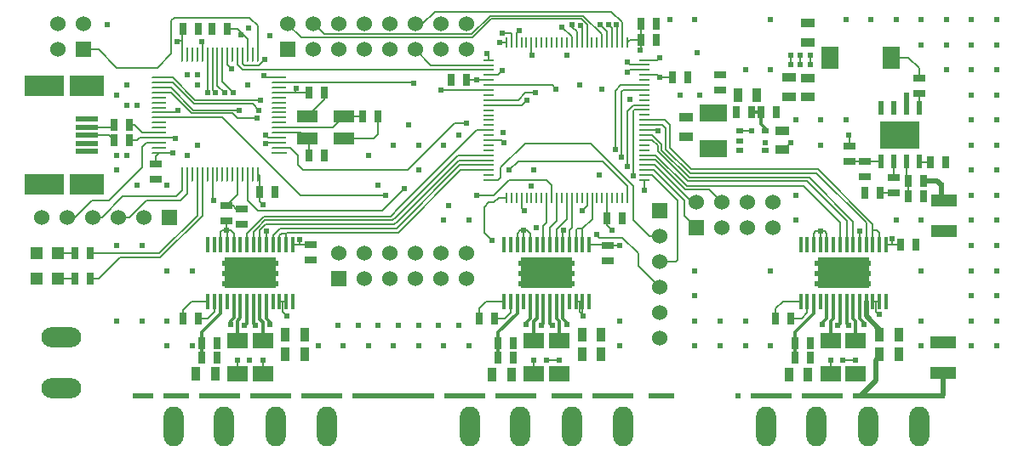
<source format=gtl>
G04 (created by PCBNEW (2013-07-07 BZR 4022)-stable) date 01/02/2015 03:27:20*
%MOIN*%
G04 Gerber Fmt 3.4, Leading zero omitted, Abs format*
%FSLAX34Y34*%
G01*
G70*
G90*
G04 APERTURE LIST*
%ADD10C,0.00590551*%
%ADD11R,0.01X0.04*%
%ADD12R,0.04X0.01*%
%ADD13R,0.06X0.0098*%
%ADD14O,0.06X0.0098*%
%ADD15O,0.0098X0.06*%
%ADD16R,0.0118X0.063*%
%ADD17R,0.2039X0.122*%
%ADD18R,0.035X0.055*%
%ADD19R,0.0886X0.0197*%
%ADD20R,0.1378X0.0807*%
%ADD21R,0.1575X0.0807*%
%ADD22O,0.156X0.078*%
%ADD23R,0.0472X0.0472*%
%ADD24R,0.025X0.045*%
%ADD25R,0.08X0.06*%
%ADD26R,0.0669291X0.0866142*%
%ADD27R,0.045X0.025*%
%ADD28R,0.11X0.07*%
%ADD29R,0.055X0.035*%
%ADD30R,0.03X0.02*%
%ADD31R,0.1X0.05*%
%ADD32R,0.0787402X0.0472441*%
%ADD33R,0.0236X0.0551*%
%ADD34R,0.1575X0.1102*%
%ADD35O,0.078X0.156*%
%ADD36R,0.06X0.06*%
%ADD37C,0.06*%
%ADD38C,0.024*%
%ADD39C,0.02*%
%ADD40C,0.00787402*%
%ADD41C,0.006*%
%ADD42C,0.011811*%
G04 APERTURE END LIST*
G54D10*
G54D11*
X65253Y-41435D03*
X60533Y-41435D03*
X60733Y-41435D03*
X60923Y-41435D03*
X61123Y-41435D03*
X61323Y-41435D03*
X61513Y-41435D03*
X61713Y-41435D03*
X61913Y-41435D03*
X62103Y-41435D03*
X62303Y-41435D03*
X62503Y-41435D03*
X62703Y-41435D03*
X62893Y-41435D03*
X63093Y-41435D03*
X63293Y-41435D03*
X63483Y-41435D03*
X63683Y-41435D03*
X63883Y-41435D03*
X64073Y-41435D03*
X64273Y-41435D03*
X64473Y-41435D03*
X64663Y-41435D03*
X64863Y-41435D03*
X65063Y-41435D03*
G54D12*
X59843Y-40745D03*
X59843Y-36025D03*
X59843Y-36225D03*
X59843Y-36415D03*
X59843Y-36615D03*
X59843Y-36815D03*
X59843Y-37005D03*
X59843Y-37205D03*
X59843Y-37405D03*
X59843Y-37595D03*
X59843Y-37795D03*
X59843Y-37995D03*
X59843Y-38195D03*
X59843Y-38385D03*
X59843Y-38585D03*
X59843Y-38785D03*
X59843Y-38975D03*
X59843Y-39175D03*
X59843Y-39375D03*
X59843Y-39565D03*
X59843Y-39765D03*
X59843Y-39965D03*
X59843Y-40155D03*
X59843Y-40355D03*
X59843Y-40555D03*
X65943Y-40745D03*
X65943Y-40545D03*
X65943Y-40355D03*
X65943Y-40155D03*
X65943Y-39955D03*
X65943Y-39765D03*
X65943Y-39565D03*
X65943Y-39365D03*
X65943Y-39175D03*
X65943Y-38975D03*
X65943Y-38775D03*
X65943Y-38575D03*
X65943Y-38385D03*
X65943Y-38185D03*
X65943Y-37985D03*
X65943Y-37795D03*
X65943Y-37595D03*
X65943Y-37395D03*
X65943Y-37205D03*
X65943Y-37005D03*
X65943Y-36805D03*
X65943Y-36615D03*
X65943Y-36415D03*
X65943Y-36215D03*
X65943Y-36025D03*
G54D11*
X65253Y-35335D03*
X65053Y-35335D03*
X64863Y-35335D03*
X64663Y-35335D03*
X64463Y-35335D03*
X64273Y-35335D03*
X64073Y-35335D03*
X63873Y-35335D03*
X63683Y-35335D03*
X63483Y-35335D03*
X63283Y-35335D03*
X63083Y-35335D03*
X62893Y-35335D03*
X62693Y-35335D03*
X62493Y-35335D03*
X62303Y-35335D03*
X62103Y-35335D03*
X61903Y-35335D03*
X61713Y-35335D03*
X61513Y-35335D03*
X61313Y-35335D03*
X61123Y-35335D03*
X60923Y-35335D03*
X60723Y-35335D03*
X60533Y-35335D03*
G54D13*
X51622Y-39664D03*
G54D14*
X51622Y-39467D03*
X51622Y-39270D03*
X51622Y-39073D03*
X51622Y-38876D03*
X51622Y-38680D03*
X51622Y-38483D03*
X51622Y-38286D03*
X51622Y-38089D03*
X51622Y-37892D03*
X51622Y-37695D03*
X51622Y-37499D03*
X51622Y-37302D03*
X51622Y-37105D03*
X51622Y-36908D03*
X51622Y-36711D03*
G54D15*
X50787Y-35813D03*
X50590Y-35813D03*
X50393Y-35813D03*
X50196Y-35813D03*
X49999Y-35813D03*
X49803Y-35813D03*
X49606Y-35813D03*
X49409Y-35813D03*
X49212Y-35813D03*
X49015Y-35813D03*
X48818Y-35813D03*
X48622Y-35813D03*
X48425Y-35813D03*
X48228Y-35813D03*
X48031Y-35813D03*
X47834Y-35813D03*
G54D14*
X46936Y-36711D03*
X46936Y-36908D03*
X46936Y-37105D03*
X46936Y-37302D03*
X46936Y-37499D03*
X46936Y-37695D03*
X46936Y-37892D03*
X46936Y-38089D03*
X46936Y-38286D03*
X46936Y-38483D03*
X46936Y-38680D03*
X46936Y-38876D03*
X46936Y-39073D03*
X46936Y-39270D03*
X46936Y-39467D03*
X46936Y-39664D03*
G54D15*
X47834Y-40499D03*
X48031Y-40499D03*
X48425Y-40499D03*
X48228Y-40506D03*
X48622Y-40499D03*
X48818Y-40499D03*
X49015Y-40499D03*
X49212Y-40499D03*
X49409Y-40499D03*
X49606Y-40499D03*
X49800Y-40499D03*
X49997Y-40499D03*
X50194Y-40499D03*
X50391Y-40499D03*
X50587Y-40499D03*
X50784Y-40499D03*
G54D16*
X52155Y-43287D03*
X51899Y-43287D03*
X51644Y-43287D03*
X51388Y-43287D03*
X51132Y-43287D03*
X50876Y-43287D03*
X50620Y-43287D03*
X50364Y-43287D03*
X50108Y-43287D03*
X49852Y-43287D03*
X49596Y-43287D03*
X49340Y-43287D03*
X49085Y-43287D03*
X48829Y-43287D03*
G54D17*
X50492Y-44389D03*
G54D16*
X48829Y-45491D03*
X49085Y-45491D03*
X49340Y-45491D03*
X49596Y-45491D03*
X49852Y-45491D03*
X50108Y-45491D03*
X50364Y-45491D03*
X50620Y-45491D03*
X50876Y-45491D03*
X51132Y-45491D03*
X51388Y-45491D03*
X51644Y-45491D03*
X51899Y-45491D03*
X52155Y-45491D03*
X63769Y-43287D03*
X63513Y-43287D03*
X63258Y-43287D03*
X63002Y-43287D03*
X62746Y-43287D03*
X62490Y-43287D03*
X62234Y-43287D03*
X61978Y-43287D03*
X61722Y-43287D03*
X61466Y-43287D03*
X61210Y-43287D03*
X60954Y-43287D03*
X60699Y-43287D03*
X60443Y-43287D03*
G54D17*
X62106Y-44389D03*
G54D16*
X60443Y-45491D03*
X60699Y-45491D03*
X60954Y-45491D03*
X61210Y-45491D03*
X61466Y-45491D03*
X61722Y-45491D03*
X61978Y-45491D03*
X62234Y-45491D03*
X62490Y-45491D03*
X62746Y-45491D03*
X63002Y-45491D03*
X63258Y-45491D03*
X63513Y-45491D03*
X63769Y-45491D03*
X75383Y-43287D03*
X75127Y-43287D03*
X74872Y-43287D03*
X74616Y-43287D03*
X74360Y-43287D03*
X74104Y-43287D03*
X73848Y-43287D03*
X73592Y-43287D03*
X73336Y-43287D03*
X73080Y-43287D03*
X72824Y-43287D03*
X72568Y-43287D03*
X72313Y-43287D03*
X72057Y-43287D03*
G54D17*
X73720Y-44389D03*
G54D16*
X72057Y-45491D03*
X72313Y-45491D03*
X72568Y-45491D03*
X72824Y-45491D03*
X73080Y-45491D03*
X73336Y-45491D03*
X73592Y-45491D03*
X73848Y-45491D03*
X74104Y-45491D03*
X74360Y-45491D03*
X74616Y-45491D03*
X74872Y-45491D03*
X75127Y-45491D03*
X75383Y-45491D03*
G54D18*
X63483Y-47559D03*
X64233Y-47559D03*
X51869Y-46811D03*
X52619Y-46811D03*
X51869Y-47559D03*
X52619Y-47559D03*
X49115Y-48346D03*
X48365Y-48346D03*
X75136Y-46811D03*
X75886Y-46811D03*
X75136Y-47559D03*
X75886Y-47559D03*
X72343Y-48385D03*
X71593Y-48385D03*
X63483Y-46811D03*
X64233Y-46811D03*
X60729Y-48385D03*
X59979Y-48385D03*
G54D19*
X44094Y-38346D03*
X44094Y-38661D03*
X44094Y-38976D03*
X44094Y-39291D03*
X44094Y-39606D03*
G54D20*
X44094Y-37037D03*
X44094Y-40915D03*
G54D21*
X42440Y-37037D03*
X42440Y-40915D03*
G54D22*
X43110Y-46923D03*
X43110Y-48893D03*
G54D23*
X42972Y-44606D03*
X42146Y-44606D03*
X42972Y-43622D03*
X42146Y-43622D03*
G54D24*
X45772Y-38582D03*
X45172Y-38582D03*
X45172Y-39173D03*
X45772Y-39173D03*
G54D25*
X50984Y-47027D03*
X50984Y-48327D03*
X50000Y-47027D03*
X50000Y-48327D03*
X62598Y-47027D03*
X62598Y-48327D03*
X61614Y-47027D03*
X61614Y-48327D03*
X74212Y-47027D03*
X74212Y-48327D03*
X73228Y-47027D03*
X73228Y-48327D03*
G54D24*
X43637Y-44606D03*
X44237Y-44606D03*
X43637Y-43622D03*
X44237Y-43622D03*
G54D26*
X75610Y-35925D03*
X73208Y-35925D03*
G54D27*
X74555Y-40603D03*
X74555Y-40003D03*
X73964Y-40012D03*
X73964Y-39412D03*
G54D24*
X47849Y-46181D03*
X48449Y-46181D03*
X59463Y-46181D03*
X60063Y-46181D03*
X71077Y-46181D03*
X71677Y-46181D03*
G54D28*
X68641Y-39499D03*
X68641Y-38099D03*
G54D29*
X71338Y-39548D03*
X71338Y-38798D03*
G54D18*
X69585Y-37401D03*
X70335Y-37401D03*
G54D29*
X67559Y-38286D03*
X67559Y-39036D03*
G54D24*
X69522Y-38090D03*
X70122Y-38090D03*
X70507Y-38090D03*
X71107Y-38090D03*
G54D30*
X69677Y-38817D03*
X69677Y-39567D03*
X70677Y-38817D03*
X69677Y-39192D03*
X70677Y-39567D03*
G54D31*
X77637Y-48316D03*
X77637Y-47116D03*
X77677Y-41525D03*
X77677Y-42725D03*
G54D27*
X75696Y-40633D03*
X75696Y-41233D03*
G54D24*
X75170Y-41248D03*
X74570Y-41248D03*
G54D29*
X72342Y-36731D03*
X72342Y-37481D03*
X72322Y-35335D03*
X72322Y-34585D03*
X71614Y-36711D03*
X71614Y-37461D03*
G54D24*
X76262Y-41366D03*
X76862Y-41366D03*
X76862Y-40775D03*
X76262Y-40775D03*
X77129Y-40027D03*
X77729Y-40027D03*
G54D27*
X76692Y-37347D03*
X76692Y-36747D03*
G54D24*
X49197Y-47125D03*
X48597Y-47125D03*
X48597Y-47716D03*
X49197Y-47716D03*
G54D27*
X52874Y-43282D03*
X52874Y-43882D03*
G54D24*
X60811Y-47125D03*
X60211Y-47125D03*
X60211Y-47716D03*
X60811Y-47716D03*
X71825Y-47716D03*
X72425Y-47716D03*
G54D27*
X64488Y-43322D03*
X64488Y-43922D03*
G54D24*
X75959Y-43267D03*
X76559Y-43267D03*
X72425Y-47125D03*
X71825Y-47125D03*
G54D32*
X52716Y-39114D03*
X54173Y-39114D03*
X54173Y-38248D03*
X52716Y-38248D03*
G54D24*
X52810Y-39763D03*
X53410Y-39763D03*
X54896Y-38228D03*
X55496Y-38228D03*
G54D33*
X76683Y-40014D03*
X76683Y-37914D03*
X76183Y-40014D03*
X75683Y-40014D03*
X75183Y-40014D03*
X76183Y-37914D03*
X75683Y-37914D03*
X75183Y-37914D03*
G54D34*
X75933Y-38964D03*
G54D27*
X50157Y-41865D03*
X50157Y-42465D03*
X49566Y-42347D03*
X49566Y-41747D03*
X46800Y-40100D03*
X46800Y-40700D03*
G54D24*
X47850Y-34800D03*
X48450Y-34800D03*
X49591Y-34803D03*
X48991Y-34803D03*
X52800Y-37300D03*
X53400Y-37300D03*
X65800Y-34600D03*
X66400Y-34600D03*
X50850Y-41200D03*
X51450Y-41200D03*
X64463Y-42244D03*
X65063Y-42244D03*
X65802Y-35236D03*
X66402Y-35236D03*
X58961Y-36811D03*
X58361Y-36811D03*
X67022Y-36712D03*
X67622Y-36712D03*
G54D27*
X68897Y-37209D03*
X68897Y-36609D03*
G54D35*
X47510Y-50400D03*
X49480Y-50400D03*
X51500Y-50400D03*
X53500Y-50400D03*
X59110Y-50400D03*
X61080Y-50400D03*
X63100Y-50400D03*
X65100Y-50400D03*
X70710Y-50400D03*
X72680Y-50400D03*
X74700Y-50400D03*
X76700Y-50400D03*
G54D36*
X51972Y-35618D03*
G54D37*
X51972Y-34618D03*
X52972Y-35618D03*
X52972Y-34618D03*
X53972Y-35618D03*
X53972Y-34618D03*
X54972Y-35618D03*
X54972Y-34618D03*
X55972Y-35618D03*
X55972Y-34618D03*
X56972Y-35618D03*
X56972Y-34618D03*
X57972Y-35618D03*
X57972Y-34618D03*
X58972Y-35618D03*
X58972Y-34618D03*
G54D36*
X43972Y-35618D03*
G54D37*
X42972Y-35618D03*
X43972Y-34618D03*
X42972Y-34618D03*
G54D36*
X47342Y-42204D03*
G54D37*
X46342Y-42204D03*
X45342Y-42204D03*
X44342Y-42204D03*
X43342Y-42204D03*
X42342Y-42204D03*
G54D36*
X66515Y-41929D03*
G54D37*
X66515Y-42929D03*
X66515Y-43929D03*
X66515Y-44929D03*
X66515Y-45929D03*
X66515Y-46929D03*
G54D36*
X53972Y-44618D03*
G54D37*
X53972Y-43618D03*
X54972Y-44618D03*
X54972Y-43618D03*
X55972Y-44618D03*
X55972Y-43618D03*
X56972Y-44618D03*
X56972Y-43618D03*
X57972Y-44618D03*
X57972Y-43618D03*
X58972Y-44618D03*
X58972Y-43618D03*
G54D36*
X67972Y-42618D03*
G54D37*
X67972Y-41618D03*
X68972Y-42618D03*
X68972Y-41618D03*
X69972Y-42618D03*
X69972Y-41618D03*
X70972Y-42618D03*
X70972Y-41618D03*
G54D38*
X62100Y-44400D03*
X62600Y-44400D03*
X63100Y-44400D03*
X62600Y-44000D03*
X62100Y-44000D03*
X62100Y-44800D03*
X62600Y-44800D03*
X63100Y-44800D03*
X63100Y-44000D03*
X61600Y-44000D03*
X61600Y-44400D03*
X61600Y-44800D03*
X61100Y-44000D03*
X61100Y-44400D03*
X61100Y-44800D03*
X50500Y-44400D03*
X51000Y-44400D03*
X51500Y-44400D03*
X51500Y-44000D03*
X51000Y-44000D03*
X50500Y-44000D03*
X50000Y-44000D03*
X49500Y-44000D03*
X49500Y-44400D03*
X50000Y-44400D03*
X50500Y-44800D03*
X50000Y-44800D03*
X49500Y-44800D03*
X51000Y-44800D03*
X51500Y-44800D03*
X73700Y-44400D03*
X74200Y-44400D03*
X74700Y-44400D03*
X74700Y-44800D03*
X74200Y-44800D03*
X73700Y-44800D03*
X73200Y-44800D03*
X72700Y-44800D03*
X72700Y-44400D03*
X73200Y-44400D03*
X73700Y-44000D03*
X74200Y-44000D03*
X74700Y-44000D03*
X73200Y-44000D03*
X72700Y-44000D03*
X75925Y-38976D03*
X76417Y-38976D03*
X76417Y-38582D03*
X75925Y-38582D03*
X76417Y-39370D03*
X75925Y-39370D03*
X75433Y-39370D03*
X75433Y-38976D03*
X75433Y-38582D03*
X79724Y-47244D03*
X79724Y-46259D03*
X79724Y-45275D03*
X79724Y-44291D03*
X79724Y-43307D03*
X79724Y-42322D03*
X79724Y-41338D03*
X79724Y-40354D03*
X79724Y-39370D03*
X79724Y-38385D03*
X79724Y-37401D03*
X79724Y-36417D03*
X79724Y-35433D03*
X79724Y-34448D03*
X78740Y-34448D03*
X77755Y-34448D03*
X76771Y-34448D03*
X75787Y-34448D03*
X74803Y-34448D03*
X73818Y-34448D03*
X70866Y-34448D03*
X67913Y-34448D03*
X66929Y-34448D03*
X69881Y-36417D03*
X70866Y-36417D03*
X67913Y-47244D03*
X67913Y-46259D03*
X67913Y-45275D03*
X67913Y-44291D03*
X68897Y-47244D03*
X68897Y-46259D03*
X69881Y-46259D03*
X69881Y-47244D03*
X70866Y-47244D03*
X71850Y-42322D03*
X71850Y-41338D03*
X75787Y-42322D03*
X76771Y-42322D03*
X64960Y-46259D03*
X64960Y-47244D03*
X59055Y-47244D03*
X58070Y-47244D03*
X57086Y-47244D03*
X56102Y-47244D03*
X55118Y-47244D03*
X54133Y-47244D03*
X53149Y-47244D03*
X58070Y-42322D03*
X59055Y-42322D03*
X46259Y-46259D03*
X45275Y-46259D03*
X47244Y-46259D03*
X47244Y-47244D03*
X48228Y-47244D03*
X47244Y-44291D03*
X48228Y-44291D03*
X46259Y-43307D03*
X45275Y-43307D03*
X56102Y-39370D03*
X57086Y-39370D03*
X58070Y-39370D03*
X57086Y-40354D03*
X45275Y-37401D03*
X45275Y-40354D03*
X72834Y-38385D03*
X71850Y-38385D03*
X73818Y-38385D03*
X72834Y-39370D03*
X77755Y-35433D03*
X76771Y-35433D03*
X78740Y-35433D03*
X78740Y-36417D03*
X77755Y-36417D03*
X78740Y-37401D03*
X78740Y-38385D03*
X78740Y-39370D03*
X78740Y-40354D03*
X78740Y-41338D03*
X78740Y-42322D03*
X78740Y-43307D03*
X78740Y-44291D03*
X78740Y-45275D03*
X78740Y-47244D03*
X78740Y-46259D03*
X76771Y-46259D03*
X76771Y-47244D03*
X76771Y-44291D03*
X70866Y-44291D03*
X48031Y-39763D03*
X48425Y-39370D03*
X46062Y-40944D03*
X47244Y-40944D03*
X50393Y-37007D03*
X48031Y-36614D03*
X48425Y-36614D03*
X48425Y-37007D03*
X45669Y-37007D03*
X45669Y-37795D03*
X46062Y-37795D03*
X45669Y-39763D03*
X45275Y-39763D03*
X44881Y-34645D03*
X56692Y-38582D03*
X55118Y-39763D03*
X55511Y-40944D03*
X58661Y-38976D03*
X58267Y-41732D03*
X64173Y-40551D03*
X63385Y-37007D03*
X67322Y-37401D03*
X68110Y-37401D03*
X53937Y-46456D03*
X54724Y-46456D03*
X55511Y-46456D03*
X56299Y-46456D03*
X57086Y-46456D03*
X57874Y-46456D03*
X58661Y-46456D03*
X50433Y-34763D03*
X61496Y-40984D03*
X60393Y-38858D03*
X65354Y-37559D03*
X62893Y-35826D03*
X61600Y-49200D03*
X62400Y-49200D03*
X63400Y-49200D03*
X64000Y-49200D03*
X64600Y-49200D03*
X57600Y-49200D03*
X58200Y-49200D03*
X58800Y-49200D03*
X52000Y-49200D03*
X52600Y-49200D03*
X53200Y-49200D03*
X46000Y-49200D03*
X46600Y-49200D03*
X47200Y-49200D03*
X48000Y-49200D03*
X48600Y-49200D03*
X49200Y-49200D03*
X51200Y-49200D03*
X50600Y-49200D03*
X50000Y-49200D03*
X55200Y-49200D03*
X54600Y-49200D03*
X54000Y-49200D03*
X60800Y-49200D03*
X60200Y-49200D03*
X59600Y-49200D03*
X67000Y-49200D03*
X66200Y-49200D03*
X65400Y-49200D03*
X72200Y-49200D03*
X71600Y-49200D03*
X71000Y-49200D03*
X77600Y-49200D03*
X77000Y-49200D03*
X76400Y-49200D03*
X75800Y-49200D03*
X75200Y-49200D03*
X73000Y-49200D03*
X73600Y-49200D03*
X74200Y-49200D03*
X69600Y-49200D03*
X70200Y-49200D03*
X76181Y-37401D03*
X77559Y-40944D03*
X75629Y-43031D03*
X52440Y-43070D03*
X50118Y-35039D03*
X49566Y-42716D03*
X66456Y-38818D03*
X72834Y-42755D03*
X47480Y-39665D03*
X51003Y-41712D03*
X64960Y-43307D03*
X47637Y-35314D03*
X61181Y-42716D03*
X52283Y-37125D03*
X59350Y-36811D03*
X64251Y-37165D03*
X61515Y-35826D03*
X64665Y-42716D03*
X63484Y-41929D03*
X61712Y-42618D03*
X61220Y-41929D03*
X61614Y-40354D03*
X60433Y-39271D03*
X65748Y-35629D03*
X68011Y-35728D03*
X66535Y-36712D03*
X73917Y-38976D03*
X71653Y-39271D03*
X70669Y-39271D03*
X72440Y-36220D03*
X72440Y-35826D03*
X72047Y-35826D03*
X72047Y-36220D03*
X71653Y-36220D03*
X71653Y-35826D03*
X51141Y-42755D03*
X62755Y-42716D03*
X74370Y-42755D03*
X50826Y-37992D03*
X61653Y-37322D03*
X50905Y-37598D03*
X61338Y-37598D03*
X57972Y-37204D03*
X50078Y-37992D03*
X50748Y-38307D03*
X62480Y-37165D03*
X59763Y-35787D03*
X49763Y-36377D03*
X60350Y-36450D03*
X56900Y-36950D03*
X65255Y-40196D03*
X65492Y-40570D03*
X64783Y-39527D03*
X65019Y-39842D03*
X64527Y-34645D03*
X64842Y-34645D03*
X64212Y-34645D03*
X63425Y-34685D03*
X62696Y-34724D03*
X63090Y-34625D03*
X60374Y-34960D03*
X60275Y-35334D03*
X49724Y-46417D03*
X61299Y-46417D03*
X72913Y-46417D03*
X50275Y-46456D03*
X61889Y-46456D03*
X73503Y-46456D03*
X51259Y-46417D03*
X62913Y-46417D03*
X74527Y-46417D03*
X50708Y-46456D03*
X62322Y-46456D03*
X73937Y-46456D03*
X58976Y-38503D03*
X48582Y-35314D03*
X59350Y-41338D03*
X55787Y-41338D03*
X61023Y-34881D03*
X51062Y-36023D03*
X60629Y-40354D03*
X56535Y-41062D03*
X49133Y-37322D03*
X48818Y-37322D03*
X51102Y-39291D03*
X51102Y-38976D03*
X49842Y-37322D03*
X49488Y-37322D03*
X47650Y-38000D03*
X51929Y-46062D03*
X63543Y-46062D03*
X75118Y-46023D03*
X47550Y-39100D03*
X49055Y-41535D03*
X64055Y-42874D03*
X59980Y-43110D03*
X65944Y-41141D03*
X73228Y-47795D03*
X73700Y-47795D03*
X74212Y-47795D03*
X62598Y-47795D03*
X62086Y-47795D03*
X61614Y-47795D03*
X50000Y-47795D03*
X50472Y-47795D03*
X50984Y-47795D03*
X51023Y-36653D03*
X51259Y-35078D03*
X70118Y-38818D03*
X65255Y-36515D03*
X65255Y-36122D03*
X66535Y-35925D03*
G54D39*
X74616Y-45491D02*
X74616Y-46073D01*
X75136Y-46593D02*
X75136Y-46811D01*
X74616Y-46073D02*
X75136Y-46593D01*
X75136Y-47559D02*
X75136Y-47663D01*
X74400Y-49200D02*
X74200Y-49200D01*
X75000Y-48600D02*
X74400Y-49200D01*
X75000Y-47800D02*
X75000Y-48600D01*
X75136Y-47663D02*
X75000Y-47800D01*
X77637Y-48316D02*
X77637Y-49162D01*
X77637Y-49162D02*
X77600Y-49200D01*
X77600Y-49200D02*
X75200Y-49200D01*
X77559Y-40944D02*
X77559Y-41407D01*
X77559Y-41407D02*
X77677Y-41525D01*
X64600Y-49200D02*
X65400Y-49200D01*
X62400Y-49200D02*
X63400Y-49200D01*
X64000Y-49200D02*
X64600Y-49200D01*
X58800Y-49200D02*
X59600Y-49200D01*
X58200Y-49200D02*
X58800Y-49200D01*
X53200Y-49200D02*
X54000Y-49200D01*
X52600Y-49200D02*
X53200Y-49200D01*
X49200Y-49200D02*
X50000Y-49200D01*
X46000Y-49200D02*
X46600Y-49200D01*
X47200Y-49200D02*
X48000Y-49200D01*
X48600Y-49200D02*
X49200Y-49200D01*
X50600Y-49200D02*
X51200Y-49200D01*
X51200Y-49200D02*
X52000Y-49200D01*
X54600Y-49200D02*
X55200Y-49200D01*
X55200Y-49200D02*
X57600Y-49200D01*
X60200Y-49200D02*
X60800Y-49200D01*
X60800Y-49200D02*
X61600Y-49200D01*
X66200Y-49200D02*
X67000Y-49200D01*
X71000Y-49200D02*
X70200Y-49200D01*
X71600Y-49200D02*
X71000Y-49200D01*
X75200Y-49200D02*
X74200Y-49200D01*
X77637Y-49162D02*
X77600Y-49200D01*
X77000Y-49200D02*
X76400Y-49200D01*
X75800Y-49200D02*
X75200Y-49200D01*
X73600Y-49200D02*
X73000Y-49200D01*
X73000Y-49200D02*
X72200Y-49200D01*
X77559Y-41407D02*
X77677Y-41525D01*
X76183Y-37403D02*
X76183Y-37914D01*
X76181Y-37401D02*
X76183Y-37403D01*
X77389Y-40775D02*
X77559Y-40944D01*
X76862Y-40775D02*
X77389Y-40775D01*
G54D40*
X75629Y-43287D02*
X75629Y-43031D01*
X52440Y-43282D02*
X52440Y-43070D01*
X50177Y-34980D02*
X50118Y-35039D01*
X49591Y-34803D02*
X50000Y-34803D01*
X50393Y-35196D02*
X50393Y-35813D01*
X50000Y-34803D02*
X50177Y-34980D01*
X50177Y-34980D02*
X50393Y-35196D01*
X66413Y-38775D02*
X66456Y-38818D01*
X66413Y-38775D02*
X65943Y-38775D01*
X46936Y-39664D02*
X47479Y-39664D01*
X47479Y-39664D02*
X47480Y-39665D01*
X50850Y-41200D02*
X50850Y-41558D01*
X50850Y-41558D02*
X51003Y-41712D01*
X64945Y-43322D02*
X64960Y-43307D01*
X64488Y-43322D02*
X64945Y-43322D01*
X49566Y-42716D02*
X49566Y-42347D01*
X47677Y-35275D02*
X47637Y-35314D01*
X47834Y-35275D02*
X47677Y-35275D01*
X49852Y-43287D02*
X49852Y-42844D01*
X49724Y-42716D02*
X49566Y-42716D01*
X49852Y-42844D02*
X49724Y-42716D01*
X49340Y-43287D02*
X49340Y-42785D01*
X49596Y-42745D02*
X49566Y-42716D01*
X49596Y-42745D02*
X49596Y-43287D01*
X49409Y-42716D02*
X49566Y-42716D01*
X49340Y-42785D02*
X49409Y-42716D01*
X61466Y-43287D02*
X61466Y-42844D01*
X61338Y-42716D02*
X61181Y-42716D01*
X61466Y-42844D02*
X61338Y-42716D01*
X60954Y-43287D02*
X60954Y-42825D01*
X61210Y-42745D02*
X61181Y-42716D01*
X61210Y-42745D02*
X61210Y-43287D01*
X61062Y-42716D02*
X61181Y-42716D01*
X60954Y-42825D02*
X61062Y-42716D01*
X72568Y-43287D02*
X72568Y-42825D01*
X72637Y-42755D02*
X72834Y-42755D01*
X72568Y-42825D02*
X72637Y-42755D01*
X73080Y-43287D02*
X73080Y-42844D01*
X72824Y-42766D02*
X72834Y-42755D01*
X72824Y-42766D02*
X72824Y-43287D01*
X72992Y-42755D02*
X72834Y-42755D01*
X73080Y-42844D02*
X72992Y-42755D01*
X52263Y-37302D02*
X52263Y-37145D01*
X52263Y-37145D02*
X52283Y-37125D01*
X51622Y-37302D02*
X52263Y-37302D01*
X52263Y-37302D02*
X52797Y-37302D01*
X52797Y-37302D02*
X52800Y-37300D01*
X47834Y-35813D02*
X47834Y-35275D01*
X47834Y-35275D02*
X47834Y-34815D01*
X47834Y-34815D02*
X47850Y-34800D01*
X50850Y-41200D02*
X50850Y-40565D01*
X50850Y-40565D02*
X50784Y-40499D01*
X46800Y-40100D02*
X46800Y-39801D01*
X46800Y-39801D02*
X46936Y-39664D01*
X47820Y-35800D02*
X47834Y-35813D01*
X65800Y-34600D02*
X65800Y-35233D01*
X65800Y-35233D02*
X65802Y-35236D01*
X58961Y-36811D02*
X59350Y-36811D01*
X59355Y-36815D02*
X59350Y-36811D01*
X59355Y-36815D02*
X59843Y-36815D01*
X61513Y-35824D02*
X61513Y-35335D01*
X61515Y-35826D02*
X61513Y-35824D01*
X64463Y-42244D02*
X64463Y-42514D01*
X64463Y-42514D02*
X64665Y-42716D01*
X63683Y-41435D02*
X63683Y-41729D01*
X63683Y-41729D02*
X63484Y-41929D01*
X64463Y-42244D02*
X64463Y-41445D01*
X64463Y-41445D02*
X64473Y-41435D01*
X61123Y-41435D02*
X61123Y-41832D01*
X61123Y-41832D02*
X61220Y-41929D01*
X60337Y-39175D02*
X59843Y-39175D01*
X60433Y-39271D02*
X60337Y-39175D01*
X65802Y-35236D02*
X65802Y-35575D01*
X65802Y-35575D02*
X65748Y-35629D01*
X65802Y-35236D02*
X65353Y-35236D01*
X65353Y-35236D02*
X65253Y-35335D01*
X67022Y-36712D02*
X66535Y-36712D01*
X66438Y-36615D02*
X66535Y-36712D01*
X66438Y-36615D02*
X65943Y-36615D01*
X73964Y-39412D02*
X73964Y-39023D01*
X73964Y-39023D02*
X73917Y-38976D01*
X71338Y-39548D02*
X71376Y-39548D01*
X71376Y-39548D02*
X71653Y-39271D01*
X72440Y-35826D02*
X72440Y-36220D01*
X72047Y-36220D02*
X72047Y-35826D01*
X71653Y-35826D02*
X71653Y-36220D01*
X75383Y-43287D02*
X75629Y-43287D01*
X75629Y-43287D02*
X75939Y-43287D01*
X75939Y-43287D02*
X75959Y-43267D01*
X63769Y-43287D02*
X64453Y-43287D01*
X64453Y-43287D02*
X64488Y-43322D01*
X52874Y-43282D02*
X52440Y-43282D01*
X52440Y-43282D02*
X52160Y-43282D01*
X52160Y-43282D02*
X52155Y-43287D01*
G54D41*
X51132Y-42765D02*
X51132Y-43287D01*
X51141Y-42755D02*
X51132Y-42765D01*
X62755Y-42716D02*
X62746Y-42726D01*
X62746Y-42726D02*
X62746Y-43287D01*
X74360Y-42765D02*
X74360Y-43287D01*
X74370Y-42755D02*
X74360Y-42765D01*
X59843Y-36415D02*
X50211Y-36415D01*
X49999Y-36199D02*
X49999Y-35813D01*
X50100Y-36300D02*
X49999Y-36199D01*
X50095Y-36300D02*
X50100Y-36300D01*
X50211Y-36415D02*
X50095Y-36300D01*
X46936Y-36908D02*
X47460Y-36908D01*
X47460Y-36908D02*
X48307Y-37755D01*
X48307Y-37755D02*
X50590Y-37755D01*
X50590Y-37755D02*
X50826Y-37992D01*
X59843Y-37595D02*
X60986Y-37595D01*
X61259Y-37322D02*
X61653Y-37322D01*
X60986Y-37595D02*
X61259Y-37322D01*
X46936Y-36711D02*
X47460Y-36711D01*
X48346Y-37598D02*
X50905Y-37598D01*
X47460Y-36711D02*
X48346Y-37598D01*
X59843Y-37795D02*
X61141Y-37795D01*
X61141Y-37795D02*
X61338Y-37598D01*
X57972Y-37204D02*
X57973Y-37205D01*
X57973Y-37205D02*
X59843Y-37205D01*
X47381Y-37105D02*
X46936Y-37105D01*
X48267Y-37992D02*
X47381Y-37105D01*
X48385Y-37992D02*
X48267Y-37992D01*
X49055Y-37992D02*
X48385Y-37992D01*
X50078Y-37992D02*
X49055Y-37992D01*
X46936Y-37302D02*
X47381Y-37302D01*
X50000Y-38307D02*
X50748Y-38307D01*
X49805Y-38112D02*
X50000Y-38307D01*
X48190Y-38112D02*
X49805Y-38112D01*
X47381Y-37302D02*
X48190Y-38112D01*
X59843Y-37005D02*
X62320Y-37005D01*
X62320Y-37005D02*
X62480Y-37165D01*
X49606Y-35813D02*
X49606Y-36220D01*
X59843Y-35867D02*
X59843Y-36025D01*
X59763Y-35787D02*
X59843Y-35867D01*
X49606Y-36220D02*
X49763Y-36377D01*
X51622Y-36908D02*
X56858Y-36908D01*
X60184Y-36615D02*
X59843Y-36615D01*
X60350Y-36450D02*
X60184Y-36615D01*
X56858Y-36908D02*
X56900Y-36950D01*
X65943Y-40155D02*
X66336Y-40155D01*
X67799Y-41618D02*
X67972Y-41618D01*
X66336Y-40155D02*
X67799Y-41618D01*
X65943Y-40355D02*
X66300Y-40355D01*
X67500Y-42145D02*
X67972Y-42618D01*
X67500Y-41555D02*
X67500Y-42145D01*
X66300Y-40355D02*
X67500Y-41555D01*
X65943Y-39955D02*
X66353Y-39955D01*
X68476Y-41122D02*
X68972Y-41618D01*
X67519Y-41122D02*
X68476Y-41122D01*
X66353Y-39955D02*
X67519Y-41122D01*
X65943Y-37795D02*
X65511Y-37795D01*
X65255Y-38051D02*
X65255Y-40196D01*
X65511Y-37795D02*
X65255Y-38051D01*
X65943Y-37985D02*
X65537Y-37985D01*
X65492Y-38031D02*
X65492Y-40570D01*
X65537Y-37985D02*
X65492Y-38031D01*
X65943Y-37005D02*
X65002Y-37005D01*
X64783Y-37224D02*
X64783Y-39527D01*
X65002Y-37005D02*
X64783Y-37224D01*
X65943Y-37205D02*
X65097Y-37205D01*
X65019Y-37283D02*
X65019Y-39842D01*
X65097Y-37205D02*
X65019Y-37283D01*
X56972Y-34618D02*
X57232Y-34618D01*
X65053Y-34541D02*
X65053Y-35335D01*
X64645Y-34133D02*
X65053Y-34541D01*
X57716Y-34133D02*
X64645Y-34133D01*
X57232Y-34618D02*
X57716Y-34133D01*
X64663Y-35335D02*
X64663Y-35018D01*
X64663Y-34781D02*
X64663Y-35018D01*
X64527Y-34645D02*
X64663Y-34781D01*
X64863Y-34903D02*
X64863Y-34666D01*
X64863Y-35335D02*
X64863Y-34903D01*
X64863Y-34666D02*
X64842Y-34645D01*
X52972Y-34618D02*
X53003Y-34618D01*
X64273Y-35021D02*
X64273Y-35335D01*
X63543Y-34291D02*
X64273Y-35021D01*
X59881Y-34291D02*
X63543Y-34291D01*
X59153Y-35019D02*
X59881Y-34291D01*
X53405Y-35019D02*
X59153Y-35019D01*
X53003Y-34618D02*
X53405Y-35019D01*
X64463Y-34896D02*
X64463Y-35335D01*
X64212Y-34645D02*
X64463Y-34896D01*
X64463Y-35132D02*
X64463Y-35335D01*
X63425Y-34685D02*
X63483Y-34743D01*
X63483Y-35335D02*
X63483Y-34743D01*
X51972Y-34618D02*
X51972Y-34629D01*
X63683Y-34628D02*
X63683Y-35335D01*
X63466Y-34411D02*
X63683Y-34628D01*
X59940Y-34411D02*
X63466Y-34411D01*
X59212Y-35139D02*
X59940Y-34411D01*
X52482Y-35139D02*
X59212Y-35139D01*
X51972Y-34629D02*
X52482Y-35139D01*
X63083Y-35111D02*
X63083Y-35335D01*
X62696Y-34724D02*
X63083Y-35111D01*
X63283Y-35335D02*
X63283Y-34917D01*
X63090Y-34724D02*
X63090Y-34625D01*
X63283Y-34917D02*
X63090Y-34724D01*
X60723Y-34995D02*
X60723Y-35335D01*
X60688Y-34960D02*
X60723Y-34995D01*
X60374Y-34960D02*
X60688Y-34960D01*
X59843Y-36225D02*
X57580Y-36225D01*
X57580Y-36225D02*
X56972Y-35618D01*
X60276Y-35335D02*
X60533Y-35335D01*
X60275Y-35334D02*
X60276Y-35335D01*
X51102Y-42480D02*
X50876Y-42706D01*
X50876Y-43287D02*
X50876Y-42706D01*
X56141Y-42480D02*
X51377Y-42480D01*
X51377Y-42480D02*
X51377Y-42480D01*
X51377Y-42480D02*
X51102Y-42480D01*
X58656Y-39965D02*
X59843Y-39965D01*
X56259Y-42362D02*
X58656Y-39965D01*
X56259Y-42362D02*
X56141Y-42480D01*
X50620Y-43287D02*
X50620Y-42765D01*
X51771Y-42322D02*
X56062Y-42322D01*
X56062Y-42322D02*
X56181Y-42204D01*
X58620Y-39765D02*
X59843Y-39765D01*
X56181Y-42204D02*
X58620Y-39765D01*
X51496Y-42322D02*
X51771Y-42322D01*
X51496Y-42322D02*
X51496Y-42322D01*
X51062Y-42322D02*
X51496Y-42322D01*
X50748Y-42637D02*
X51062Y-42322D01*
X50748Y-42637D02*
X50748Y-42637D01*
X50620Y-42765D02*
X50748Y-42637D01*
X51388Y-43287D02*
X51388Y-42903D01*
X58702Y-40155D02*
X59843Y-40155D01*
X56220Y-42637D02*
X58702Y-40155D01*
X51653Y-42637D02*
X56220Y-42637D01*
X51388Y-42903D02*
X51653Y-42637D01*
X51644Y-43287D02*
X51644Y-42922D01*
X51741Y-42825D02*
X51899Y-42825D01*
X51644Y-42922D02*
X51741Y-42825D01*
X51899Y-43287D02*
X51899Y-42825D01*
X58738Y-40355D02*
X59843Y-40355D01*
X56299Y-42795D02*
X58738Y-40355D01*
X51929Y-42795D02*
X56299Y-42795D01*
X51899Y-42825D02*
X51929Y-42795D01*
X50364Y-43287D02*
X50364Y-42824D01*
X56338Y-41811D02*
X59363Y-38785D01*
X59363Y-38785D02*
X59843Y-38785D01*
X55984Y-42165D02*
X56338Y-41811D01*
X51535Y-42165D02*
X55984Y-42165D01*
X51535Y-42165D02*
X51535Y-42165D01*
X51023Y-42165D02*
X51535Y-42165D01*
X50590Y-42598D02*
X51023Y-42165D01*
X50590Y-42598D02*
X50590Y-42598D01*
X50364Y-42824D02*
X50590Y-42598D01*
X62893Y-41435D02*
X62893Y-42263D01*
X62490Y-42667D02*
X62490Y-43287D01*
X62893Y-42263D02*
X62490Y-42667D01*
X62503Y-41435D02*
X62503Y-42338D01*
X62234Y-42608D02*
X62234Y-43287D01*
X62503Y-42338D02*
X62234Y-42608D01*
X63002Y-43287D02*
X63002Y-42706D01*
X63093Y-42614D02*
X63093Y-41435D01*
X63002Y-42706D02*
X63093Y-42614D01*
X63258Y-43287D02*
X63258Y-42686D01*
X63316Y-42628D02*
X63513Y-42628D01*
X63258Y-42686D02*
X63316Y-42628D01*
X63883Y-41435D02*
X63883Y-42258D01*
X63513Y-42628D02*
X63513Y-43287D01*
X63883Y-42258D02*
X63513Y-42628D01*
X62103Y-41435D02*
X62103Y-42423D01*
X61978Y-42549D02*
X61978Y-43287D01*
X62103Y-42423D02*
X61978Y-42549D01*
X65943Y-38975D02*
X66239Y-38975D01*
X74104Y-42372D02*
X74104Y-43287D01*
X72381Y-40649D02*
X74104Y-42372D01*
X67696Y-40649D02*
X72381Y-40649D01*
X66614Y-39566D02*
X67696Y-40649D01*
X66614Y-39350D02*
X66614Y-39566D01*
X66239Y-38975D02*
X66614Y-39350D01*
X67637Y-40787D02*
X72283Y-40787D01*
X72716Y-41220D02*
X73848Y-42352D01*
X73848Y-42352D02*
X73848Y-43287D01*
X72283Y-40787D02*
X72716Y-41220D01*
X65943Y-39175D02*
X66242Y-39175D01*
X66242Y-39175D02*
X66456Y-39389D01*
X66456Y-39389D02*
X66456Y-39606D01*
X66456Y-39606D02*
X67637Y-40787D01*
X65943Y-38575D02*
X66627Y-38575D01*
X74616Y-42411D02*
X74616Y-43287D01*
X72677Y-40472D02*
X74616Y-42411D01*
X67716Y-40472D02*
X72677Y-40472D01*
X66771Y-39527D02*
X67716Y-40472D01*
X66771Y-38720D02*
X66771Y-39527D01*
X66627Y-38575D02*
X66771Y-38720D01*
X75127Y-43287D02*
X75127Y-42804D01*
X75039Y-42716D02*
X74872Y-42716D01*
X75127Y-42804D02*
X75039Y-42716D01*
X65943Y-38385D02*
X66732Y-38385D01*
X74872Y-42470D02*
X74872Y-42716D01*
X74872Y-42716D02*
X74872Y-43287D01*
X72716Y-40314D02*
X74872Y-42470D01*
X67755Y-40314D02*
X72716Y-40314D01*
X66929Y-39488D02*
X67755Y-40314D01*
X66929Y-38582D02*
X66929Y-39488D01*
X66732Y-38385D02*
X66929Y-38582D01*
X65943Y-39765D02*
X66380Y-39765D01*
X73592Y-42411D02*
X73592Y-43287D01*
X72165Y-40984D02*
X73592Y-42411D01*
X67598Y-40984D02*
X72165Y-40984D01*
X66380Y-39765D02*
X67598Y-40984D01*
G54D42*
X49852Y-45491D02*
X49852Y-46132D01*
X49724Y-46259D02*
X49724Y-46417D01*
X49852Y-46132D02*
X49724Y-46259D01*
X61466Y-45491D02*
X61466Y-46171D01*
X61466Y-46171D02*
X61299Y-46338D01*
X61299Y-46338D02*
X61299Y-46417D01*
X73080Y-46171D02*
X72913Y-46338D01*
X72913Y-46338D02*
X72913Y-46417D01*
X73080Y-45491D02*
X73080Y-46171D01*
X50364Y-46368D02*
X50275Y-46456D01*
X50364Y-45491D02*
X50364Y-46368D01*
X61978Y-45491D02*
X61978Y-46368D01*
X61978Y-46368D02*
X61889Y-46456D01*
X73592Y-46368D02*
X73503Y-46456D01*
X73592Y-45491D02*
X73592Y-46368D01*
X51132Y-45491D02*
X51132Y-46171D01*
X51259Y-46299D02*
X51259Y-46417D01*
X51132Y-46171D02*
X51259Y-46299D01*
X62746Y-45491D02*
X62746Y-46171D01*
X62913Y-46338D02*
X62913Y-46417D01*
X62746Y-46171D02*
X62913Y-46338D01*
X74360Y-46171D02*
X74527Y-46338D01*
X74527Y-46338D02*
X74527Y-46417D01*
X74360Y-45491D02*
X74360Y-46171D01*
X50620Y-45491D02*
X50620Y-46368D01*
X50620Y-46368D02*
X50708Y-46456D01*
X62234Y-45491D02*
X62234Y-46368D01*
X62234Y-46368D02*
X62322Y-46456D01*
X73848Y-46368D02*
X73937Y-46456D01*
X73848Y-45491D02*
X73848Y-46368D01*
X70677Y-38817D02*
X70677Y-38708D01*
X70507Y-38538D02*
X70507Y-38090D01*
X70677Y-38708D02*
X70507Y-38538D01*
X70122Y-38090D02*
X70507Y-38090D01*
G54D41*
X75183Y-40014D02*
X74566Y-40014D01*
X74566Y-40014D02*
X74555Y-40003D01*
X73964Y-40012D02*
X74545Y-40012D01*
X74545Y-40012D02*
X74555Y-40003D01*
X76692Y-36747D02*
X76692Y-36338D01*
X76279Y-35925D02*
X75610Y-35925D01*
X76692Y-36338D02*
X76279Y-35925D01*
G54D42*
X50000Y-47027D02*
X50000Y-46259D01*
X50108Y-46151D02*
X50108Y-45491D01*
X50000Y-46259D02*
X50108Y-46151D01*
X61722Y-45491D02*
X61722Y-46171D01*
X61614Y-46279D02*
X61614Y-47027D01*
X61722Y-46171D02*
X61614Y-46279D01*
X73336Y-46171D02*
X73228Y-46279D01*
X73228Y-46279D02*
X73228Y-47027D01*
X73336Y-45491D02*
X73336Y-46171D01*
X50984Y-47027D02*
X50984Y-46299D01*
X50876Y-46191D02*
X50876Y-45491D01*
X50984Y-46299D02*
X50876Y-46191D01*
X62490Y-45491D02*
X62490Y-46171D01*
X62598Y-46279D02*
X62598Y-47027D01*
X62490Y-46171D02*
X62598Y-46279D01*
X74104Y-46171D02*
X74212Y-46279D01*
X74212Y-46279D02*
X74212Y-47027D01*
X74104Y-45491D02*
X74104Y-46171D01*
G54D41*
X51622Y-39467D02*
X52066Y-39467D01*
X58503Y-38503D02*
X58976Y-38503D01*
X56653Y-40354D02*
X58503Y-38503D01*
X52559Y-40354D02*
X56653Y-40354D01*
X52362Y-40157D02*
X52559Y-40354D01*
X52362Y-39763D02*
X52362Y-40157D01*
X52066Y-39467D02*
X52362Y-39763D01*
X50157Y-41865D02*
X49936Y-41865D01*
X49818Y-41747D02*
X49566Y-41747D01*
X49936Y-41865D02*
X49818Y-41747D01*
X49997Y-40499D02*
X49997Y-41317D01*
X49997Y-41317D02*
X49566Y-41747D01*
X48622Y-35354D02*
X48622Y-35813D01*
X48582Y-35314D02*
X48622Y-35354D01*
X55511Y-41338D02*
X55787Y-41338D01*
X59350Y-41338D02*
X60039Y-41338D01*
X60039Y-41338D02*
X60629Y-40748D01*
X60629Y-40748D02*
X62106Y-40748D01*
X62106Y-40748D02*
X62303Y-40945D01*
X62303Y-41435D02*
X62303Y-40945D01*
X49409Y-38286D02*
X46936Y-38286D01*
X52460Y-41338D02*
X55511Y-41338D01*
X49409Y-38286D02*
X52460Y-41338D01*
X50196Y-35813D02*
X50196Y-36160D01*
X60923Y-34981D02*
X61023Y-34881D01*
X60923Y-34981D02*
X60923Y-35335D01*
X51062Y-36023D02*
X51062Y-36023D01*
X50846Y-36240D02*
X51062Y-36023D01*
X50275Y-36240D02*
X50846Y-36240D01*
X50196Y-36160D02*
X50275Y-36240D01*
X50590Y-41732D02*
X50807Y-41948D01*
X60629Y-40354D02*
X60984Y-40000D01*
X60984Y-40000D02*
X64291Y-40000D01*
X64291Y-40000D02*
X65253Y-40962D01*
X65253Y-41435D02*
X65253Y-40962D01*
X55866Y-41732D02*
X56535Y-41062D01*
X50391Y-41532D02*
X50391Y-41020D01*
X50391Y-41532D02*
X50590Y-41732D01*
X55649Y-41948D02*
X55866Y-41732D01*
X50807Y-41948D02*
X55649Y-41948D01*
X50391Y-40499D02*
X50391Y-41020D01*
X50391Y-41020D02*
X50393Y-41023D01*
X49015Y-35813D02*
X49015Y-37204D01*
X49015Y-37204D02*
X49133Y-37322D01*
X48818Y-35813D02*
X48818Y-37321D01*
X48818Y-37321D02*
X48818Y-37322D01*
X51122Y-39270D02*
X51102Y-39291D01*
X51122Y-39270D02*
X51622Y-39270D01*
X51622Y-39073D02*
X51199Y-39073D01*
X51199Y-39073D02*
X51102Y-38976D01*
X49409Y-35813D02*
X49409Y-36889D01*
X49409Y-36889D02*
X49842Y-37322D01*
X49212Y-35813D02*
X49212Y-37046D01*
X49212Y-37046D02*
X49488Y-37322D01*
X46936Y-38089D02*
X47560Y-38089D01*
X47560Y-38089D02*
X47650Y-38000D01*
X51771Y-45491D02*
X51771Y-45905D01*
X51771Y-45905D02*
X51929Y-46062D01*
X51644Y-45491D02*
X51771Y-45491D01*
X51771Y-45491D02*
X51899Y-45491D01*
X63543Y-46062D02*
X63385Y-45905D01*
X63513Y-45491D02*
X63513Y-46032D01*
X63513Y-46032D02*
X63543Y-46062D01*
X63258Y-45491D02*
X63513Y-45491D01*
X63385Y-45491D02*
X63385Y-45905D01*
X63385Y-45905D02*
X63543Y-46062D01*
X63258Y-45491D02*
X63385Y-45491D01*
X63385Y-45491D02*
X63513Y-45491D01*
X75000Y-45905D02*
X75118Y-46023D01*
X75000Y-45905D02*
X75000Y-45491D01*
X74872Y-45491D02*
X75000Y-45491D01*
X75000Y-45491D02*
X75127Y-45491D01*
X47523Y-39073D02*
X46936Y-39073D01*
X47550Y-39100D02*
X47523Y-39073D01*
X45772Y-39173D02*
X46062Y-39173D01*
X46162Y-39073D02*
X46936Y-39073D01*
X46062Y-39173D02*
X46162Y-39073D01*
X45772Y-38582D02*
X45964Y-38582D01*
X46258Y-38876D02*
X46936Y-38876D01*
X45964Y-38582D02*
X46258Y-38876D01*
X44342Y-42204D02*
X44685Y-42204D01*
X47834Y-41142D02*
X47834Y-40499D01*
X47598Y-41377D02*
X47834Y-41142D01*
X45511Y-41377D02*
X47598Y-41377D01*
X44685Y-42204D02*
X45511Y-41377D01*
X45342Y-42204D02*
X45748Y-42204D01*
X48031Y-41260D02*
X48031Y-40499D01*
X47755Y-41535D02*
X48031Y-41260D01*
X46417Y-41535D02*
X47755Y-41535D01*
X45748Y-42204D02*
X46417Y-41535D01*
X49015Y-41495D02*
X49015Y-40499D01*
X49055Y-41535D02*
X49015Y-41495D01*
X43342Y-42204D02*
X43622Y-42204D01*
X46437Y-39270D02*
X46936Y-39270D01*
X46259Y-39448D02*
X46437Y-39270D01*
X46259Y-40236D02*
X46259Y-39448D01*
X44960Y-41535D02*
X46259Y-40236D01*
X44291Y-41535D02*
X44960Y-41535D01*
X43622Y-42204D02*
X44291Y-41535D01*
X60533Y-41435D02*
X60217Y-41435D01*
X65688Y-44102D02*
X66515Y-44929D01*
X65688Y-43602D02*
X65688Y-44102D01*
X65078Y-42992D02*
X65688Y-43602D01*
X64173Y-42992D02*
X65078Y-42992D01*
X64055Y-42874D02*
X64173Y-42992D01*
X59665Y-42795D02*
X59980Y-43110D01*
X59665Y-41791D02*
X59665Y-42795D01*
X59842Y-41614D02*
X59665Y-41791D01*
X60039Y-41614D02*
X59842Y-41614D01*
X60217Y-41435D02*
X60039Y-41614D01*
X65943Y-40545D02*
X66234Y-40545D01*
X67153Y-43929D02*
X66515Y-43929D01*
X67224Y-43858D02*
X67153Y-43929D01*
X67224Y-41535D02*
X67224Y-43858D01*
X66234Y-40545D02*
X67224Y-41535D01*
X66515Y-42929D02*
X66137Y-42929D01*
X60199Y-40745D02*
X59843Y-40745D01*
X60314Y-40629D02*
X60199Y-40745D01*
X60314Y-40236D02*
X60314Y-40629D01*
X61259Y-39291D02*
X60314Y-40236D01*
X63838Y-39291D02*
X61259Y-39291D01*
X65511Y-40964D02*
X63838Y-39291D01*
X65511Y-42303D02*
X65511Y-40964D01*
X66137Y-42929D02*
X65511Y-42303D01*
X65943Y-40745D02*
X65943Y-41140D01*
X65943Y-41140D02*
X65944Y-41141D01*
X52716Y-38248D02*
X52736Y-38248D01*
X53400Y-37584D02*
X53400Y-37300D01*
X52736Y-38248D02*
X53400Y-37584D01*
X54173Y-39114D02*
X55334Y-39114D01*
X55496Y-38951D02*
X55496Y-38228D01*
X55334Y-39114D02*
X55496Y-38951D01*
X73818Y-44389D02*
X73720Y-44389D01*
X73818Y-44389D02*
X73720Y-44389D01*
X73700Y-47795D02*
X74212Y-47795D01*
X73228Y-48327D02*
X73228Y-47795D01*
X61614Y-48327D02*
X61614Y-47795D01*
X62086Y-47795D02*
X62598Y-47795D01*
X50000Y-47795D02*
X50000Y-48327D01*
X50984Y-48327D02*
X50984Y-47795D01*
X43637Y-43622D02*
X42972Y-43622D01*
X43637Y-44606D02*
X42972Y-44606D01*
X44237Y-43622D02*
X46929Y-43622D01*
X48425Y-42126D02*
X48425Y-40499D01*
X46929Y-43622D02*
X48425Y-42126D01*
X44237Y-44606D02*
X44566Y-44606D01*
X48622Y-42126D02*
X48622Y-40499D01*
X46968Y-43779D02*
X48622Y-42126D01*
X45393Y-43779D02*
X46968Y-43779D01*
X44566Y-44606D02*
X45393Y-43779D01*
X54896Y-38228D02*
X54192Y-38228D01*
X54192Y-38228D02*
X54173Y-38248D01*
X51622Y-38680D02*
X53740Y-38680D01*
X53740Y-38680D02*
X54173Y-38248D01*
X51082Y-36711D02*
X51622Y-36711D01*
X51023Y-36653D02*
X51082Y-36711D01*
X50787Y-34684D02*
X50787Y-35813D01*
X50472Y-34370D02*
X50787Y-34684D01*
X47519Y-34370D02*
X50472Y-34370D01*
X47401Y-34488D02*
X47519Y-34370D01*
X47401Y-35787D02*
X47401Y-34488D01*
X46850Y-36338D02*
X47401Y-35787D01*
X45275Y-36338D02*
X46850Y-36338D01*
X44555Y-35618D02*
X45275Y-36338D01*
X43972Y-35618D02*
X44555Y-35618D01*
X52810Y-39763D02*
X52810Y-39207D01*
X52810Y-39207D02*
X52716Y-39114D01*
X51622Y-38876D02*
X52479Y-38876D01*
X52479Y-38876D02*
X52716Y-39114D01*
X44094Y-38976D02*
X44975Y-38976D01*
X44975Y-38976D02*
X45172Y-39173D01*
X44094Y-38661D02*
X45093Y-38661D01*
X45093Y-38661D02*
X45172Y-38582D01*
G54D42*
X60211Y-47716D02*
X60211Y-47125D01*
X60954Y-45491D02*
X60954Y-45974D01*
X60211Y-46717D02*
X60211Y-47125D01*
X60954Y-45974D02*
X60211Y-46717D01*
G54D41*
X69677Y-38817D02*
X70117Y-38817D01*
X70117Y-38817D02*
X70118Y-38818D01*
X75170Y-41248D02*
X75681Y-41248D01*
X75681Y-41248D02*
X75696Y-41233D01*
X75696Y-40633D02*
X75696Y-40028D01*
X75696Y-40028D02*
X75683Y-40014D01*
X77129Y-40027D02*
X76696Y-40027D01*
X76696Y-40027D02*
X76683Y-40014D01*
X76692Y-37347D02*
X76692Y-37904D01*
X76692Y-37904D02*
X76683Y-37914D01*
X76183Y-40014D02*
X76183Y-40695D01*
X76183Y-40695D02*
X76262Y-40775D01*
X76262Y-41366D02*
X76262Y-40775D01*
X65355Y-36415D02*
X65943Y-36415D01*
X65255Y-36515D02*
X65355Y-36415D01*
X65349Y-36215D02*
X65943Y-36215D01*
X65255Y-36122D02*
X65349Y-36215D01*
X66434Y-36025D02*
X65943Y-36025D01*
X66535Y-35925D02*
X66434Y-36025D01*
G54D42*
X72568Y-45974D02*
X71825Y-46717D01*
X71825Y-46717D02*
X71825Y-47125D01*
X72568Y-45491D02*
X72568Y-45974D01*
X71825Y-47716D02*
X71825Y-47125D01*
G54D41*
X71077Y-45772D02*
X71077Y-46181D01*
X71358Y-45491D02*
X71077Y-45772D01*
X72057Y-45491D02*
X71358Y-45491D01*
X72086Y-46181D02*
X71677Y-46181D01*
X72313Y-45954D02*
X72086Y-46181D01*
X72313Y-45491D02*
X72313Y-45954D01*
G54D42*
X48597Y-47716D02*
X48597Y-47125D01*
X49340Y-45491D02*
X49340Y-45974D01*
X48597Y-46717D02*
X48597Y-47125D01*
X49340Y-45974D02*
X48597Y-46717D01*
G54D41*
X48829Y-45491D02*
X48209Y-45491D01*
X47849Y-45851D02*
X47849Y-46181D01*
X48209Y-45491D02*
X47849Y-45851D01*
X48449Y-46181D02*
X48818Y-46181D01*
X49085Y-45914D02*
X49085Y-45491D01*
X48818Y-46181D02*
X49085Y-45914D01*
X60443Y-45491D02*
X59744Y-45491D01*
X59463Y-45772D02*
X59463Y-46181D01*
X59744Y-45491D02*
X59463Y-45772D01*
X60699Y-45491D02*
X60699Y-45954D01*
X60472Y-46181D02*
X60063Y-46181D01*
X60699Y-45954D02*
X60472Y-46181D01*
M02*

</source>
